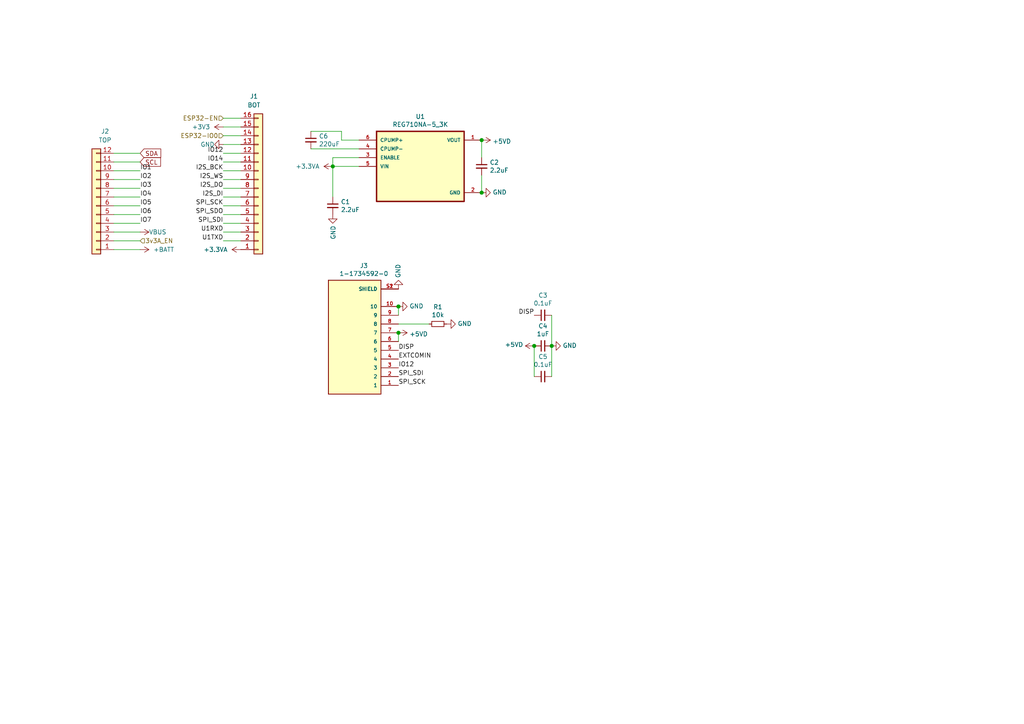
<source format=kicad_sch>
(kicad_sch (version 20201015) (generator eeschema)
  (paper "A4")
  (lib_symbols
    (symbol "1-1734592-0:1-1734592-0" (pin_names (offset 1.016))
      (property "Reference" "J" (at -7.62 16.51 0))
      (property "Value" "1-1734592-0" (at -7.62 -19.05 0))
      (symbol "1-1734592-0_0_0"
        (rectangle (start -7.62 -17.78) (end 7.62 15.24) (stroke (width 0.254)) (fill (type background)))
        (pin passive line (at -12.7 -15.24 0) (length 5.08) (name "SHIELD") (number "S1"))
        (pin passive line (at -12.7 -15.24 0) (length 5.08) (name "SHIELD") (number "S2"))
        (pin passive line (at -12.7 12.7 0) (length 5.08) (name "1") (number "1"))
        (pin passive line (at -12.7 10.16 0) (length 5.08) (name "2") (number "2"))
        (pin passive line (at -12.7 7.62 0) (length 5.08) (name "3") (number "3"))
        (pin passive line (at -12.7 5.08 0) (length 5.08) (name "4") (number "4"))
        (pin passive line (at -12.7 2.54 0) (length 5.08) (name "5") (number "5"))
        (pin passive line (at -12.7 0 0) (length 5.08) (name "6") (number "6"))
        (pin passive line (at -12.7 -2.54 0) (length 5.08) (name "7") (number "7"))
        (pin passive line (at -12.7 -5.08 0) (length 5.08) (name "8") (number "8"))
        (pin passive line (at -12.7 -7.62 0) (length 5.08) (name "9") (number "9"))
        (pin passive line (at -12.7 -10.16 0) (length 5.08) (name "10") (number "10"))
      )
    )
    (symbol "Connector_Generic:Conn_01x12" (pin_names (offset 1.016) hide)
      (property "Reference" "J" (at 0 15.24 0))
      (property "Value" "Conn_01x12" (at 0 -17.78 0))
      (symbol "Conn_01x12_1_1"
        (rectangle (start -1.27 -4.953) (end 0 -5.207) (stroke (width 0.1524)))
        (rectangle (start -1.27 -7.493) (end 0 -7.747) (stroke (width 0.1524)))
        (rectangle (start -1.27 -10.033) (end 0 -10.287) (stroke (width 0.1524)))
        (rectangle (start -1.27 -12.573) (end 0 -12.827) (stroke (width 0.1524)))
        (rectangle (start -1.27 -15.113) (end 0 -15.367) (stroke (width 0.1524)))
        (rectangle (start -1.27 -2.413) (end 0 -2.667) (stroke (width 0.1524)))
        (rectangle (start -1.27 2.667) (end 0 2.413) (stroke (width 0.1524)))
        (rectangle (start -1.27 5.207) (end 0 4.953) (stroke (width 0.1524)))
        (rectangle (start -1.27 7.747) (end 0 7.493) (stroke (width 0.1524)))
        (rectangle (start -1.27 10.287) (end 0 10.033) (stroke (width 0.1524)))
        (rectangle (start -1.27 0.127) (end 0 -0.127) (stroke (width 0.1524)))
        (rectangle (start -1.27 12.827) (end 0 12.573) (stroke (width 0.1524)))
        (rectangle (start -1.27 13.97) (end 1.27 -16.51) (stroke (width 0.254)) (fill (type background)))
        (pin passive line (at -5.08 12.7 0) (length 3.81) (name "Pin_1") (number "1"))
        (pin passive line (at -5.08 -10.16 0) (length 3.81) (name "Pin_10") (number "10"))
        (pin passive line (at -5.08 -12.7 0) (length 3.81) (name "Pin_11") (number "11"))
        (pin passive line (at -5.08 -15.24 0) (length 3.81) (name "Pin_12") (number "12"))
        (pin passive line (at -5.08 10.16 0) (length 3.81) (name "Pin_2") (number "2"))
        (pin passive line (at -5.08 7.62 0) (length 3.81) (name "Pin_3") (number "3"))
        (pin passive line (at -5.08 5.08 0) (length 3.81) (name "Pin_4") (number "4"))
        (pin passive line (at -5.08 2.54 0) (length 3.81) (name "Pin_5") (number "5"))
        (pin passive line (at -5.08 0 0) (length 3.81) (name "Pin_6") (number "6"))
        (pin passive line (at -5.08 -2.54 0) (length 3.81) (name "Pin_7") (number "7"))
        (pin passive line (at -5.08 -5.08 0) (length 3.81) (name "Pin_8") (number "8"))
        (pin passive line (at -5.08 -7.62 0) (length 3.81) (name "Pin_9") (number "9"))
      )
    )
    (symbol "Connector_Generic:Conn_01x16" (pin_names (offset 1.016) hide)
      (property "Reference" "J" (at 0 20.32 0))
      (property "Value" "Conn_01x16" (at 0 -22.86 0))
      (symbol "Conn_01x16_1_1"
        (rectangle (start -1.27 -4.953) (end 0 -5.207) (stroke (width 0.1524)))
        (rectangle (start -1.27 -7.493) (end 0 -7.747) (stroke (width 0.1524)))
        (rectangle (start -1.27 -10.033) (end 0 -10.287) (stroke (width 0.1524)))
        (rectangle (start -1.27 -12.573) (end 0 -12.827) (stroke (width 0.1524)))
        (rectangle (start -1.27 -15.113) (end 0 -15.367) (stroke (width 0.1524)))
        (rectangle (start -1.27 -17.653) (end 0 -17.907) (stroke (width 0.1524)))
        (rectangle (start -1.27 -20.193) (end 0 -20.447) (stroke (width 0.1524)))
        (rectangle (start -1.27 -2.413) (end 0 -2.667) (stroke (width 0.1524)))
        (rectangle (start -1.27 2.667) (end 0 2.413) (stroke (width 0.1524)))
        (rectangle (start -1.27 5.207) (end 0 4.953) (stroke (width 0.1524)))
        (rectangle (start -1.27 7.747) (end 0 7.493) (stroke (width 0.1524)))
        (rectangle (start -1.27 10.287) (end 0 10.033) (stroke (width 0.1524)))
        (rectangle (start -1.27 0.127) (end 0 -0.127) (stroke (width 0.1524)))
        (rectangle (start -1.27 12.827) (end 0 12.573) (stroke (width 0.1524)))
        (rectangle (start -1.27 15.367) (end 0 15.113) (stroke (width 0.1524)))
        (rectangle (start -1.27 17.907) (end 0 17.653) (stroke (width 0.1524)))
        (rectangle (start -1.27 19.05) (end 1.27 -21.59) (stroke (width 0.254)) (fill (type background)))
        (pin passive line (at -5.08 17.78 0) (length 3.81) (name "Pin_1") (number "1"))
        (pin passive line (at -5.08 -5.08 0) (length 3.81) (name "Pin_10") (number "10"))
        (pin passive line (at -5.08 -7.62 0) (length 3.81) (name "Pin_11") (number "11"))
        (pin passive line (at -5.08 -10.16 0) (length 3.81) (name "Pin_12") (number "12"))
        (pin passive line (at -5.08 -12.7 0) (length 3.81) (name "Pin_13") (number "13"))
        (pin passive line (at -5.08 -15.24 0) (length 3.81) (name "Pin_14") (number "14"))
        (pin passive line (at -5.08 -17.78 0) (length 3.81) (name "Pin_15") (number "15"))
        (pin passive line (at -5.08 -20.32 0) (length 3.81) (name "Pin_16") (number "16"))
        (pin passive line (at -5.08 15.24 0) (length 3.81) (name "Pin_2") (number "2"))
        (pin passive line (at -5.08 12.7 0) (length 3.81) (name "Pin_3") (number "3"))
        (pin passive line (at -5.08 10.16 0) (length 3.81) (name "Pin_4") (number "4"))
        (pin passive line (at -5.08 7.62 0) (length 3.81) (name "Pin_5") (number "5"))
        (pin passive line (at -5.08 5.08 0) (length 3.81) (name "Pin_6") (number "6"))
        (pin passive line (at -5.08 2.54 0) (length 3.81) (name "Pin_7") (number "7"))
        (pin passive line (at -5.08 0 0) (length 3.81) (name "Pin_8") (number "8"))
        (pin passive line (at -5.08 -2.54 0) (length 3.81) (name "Pin_9") (number "9"))
      )
    )
    (symbol "Device:C_Small" (pin_numbers hide) (pin_names (offset 0.254) hide)
      (property "Reference" "C" (at 0.254 1.778 0))
      (property "Value" "C_Small" (at 0.254 -2.032 0))
      (symbol "C_Small_0_1"
        (polyline (pts (xy -1.524 -0.508) (xy 1.524 -0.508)) (stroke (width 0.3302)))
        (polyline (pts (xy -1.524 0.508) (xy 1.524 0.508)) (stroke (width 0.3048)))
      )
      (symbol "C_Small_1_1"
        (pin passive line (at 0 2.54 270) (length 2.032) (name "~") (number "1"))
        (pin passive line (at 0 -2.54 90) (length 2.032) (name "~") (number "2"))
      )
    )
    (symbol "Device:R_Small" (pin_numbers hide) (pin_names (offset 0.254) hide)
      (property "Reference" "R" (at 0.762 0.508 0))
      (property "Value" "R_Small" (at 0.762 -1.016 0))
      (symbol "R_Small_0_1"
        (rectangle (start -0.762 1.778) (end 0.762 -1.778) (stroke (width 0.2032)))
      )
      (symbol "R_Small_1_1"
        (pin passive line (at 0 2.54 270) (length 0.762) (name "~") (number "1"))
        (pin passive line (at 0 -2.54 90) (length 0.762) (name "~") (number "2"))
      )
    )
    (symbol "REG710NA-5_3K:REG710NA-5_3K" (pin_names (offset 1.016))
      (property "Reference" "U" (at -12.7 11.1506 0))
      (property "Value" "REG710NA-5_3K" (at -12.7 -14.1478 0))
      (symbol "REG710NA-5_3K_0_0"
        (rectangle (start -12.7 -10.16) (end 12.7 10.16) (stroke (width 0.4064)) (fill (type background)))
        (pin input line (at -17.78 7.62 0) (length 5.08) (name "CPUMP+") (number "6"))
        (pin input line (at -17.78 5.08 0) (length 5.08) (name "CPUMP-") (number "4"))
        (pin input line (at -17.78 2.54 0) (length 5.08) (name "ENABLE") (number "3"))
        (pin input line (at -17.78 0 0) (length 5.08) (name "VIN") (number "5"))
        (pin output line (at 17.78 7.62 180) (length 5.08) (name "VOUT") (number "1"))
        (pin power_in line (at 17.78 -7.62 180) (length 5.08) (name "GND") (number "2"))
      )
    )
    (symbol "power:+3.3VA" (power) (pin_names (offset 0))
      (property "Value" "+3.3VA" (at 0 3.556 0))
      (symbol "+3.3VA_0_1"
        (polyline (pts (xy -0.762 1.27) (xy 0 2.54)))
        (polyline (pts (xy 0 0) (xy 0 2.54)))
        (polyline (pts (xy 0 2.54) (xy 0.762 1.27)))
      )
      (symbol "+3.3VA_1_1"
        (pin power_in line (at 0 0 90) (length 0) hide (name "+3.3VA") (number "1"))
      )
    )
    (symbol "power:+3V3" (power) (pin_names (offset 0))
      (property "Value" "+3V3" (at 0 3.556 0))
      (symbol "+3V3_0_1"
        (polyline (pts (xy -0.762 1.27) (xy 0 2.54)))
        (polyline (pts (xy 0 0) (xy 0 2.54)))
        (polyline (pts (xy 0 2.54) (xy 0.762 1.27)))
      )
      (symbol "+3V3_1_1"
        (pin power_in line (at 0 0 90) (length 0) hide (name "+3V3") (number "1"))
      )
    )
    (symbol "power:+5VD" (power) (pin_names (offset 0))
      (property "Value" "+5VD" (at 0 3.556 0))
      (symbol "+5VD_0_1"
        (polyline (pts (xy -0.762 1.27) (xy 0 2.54)))
        (polyline (pts (xy 0 0) (xy 0 2.54)))
        (polyline (pts (xy 0 2.54) (xy 0.762 1.27)))
      )
      (symbol "+5VD_1_1"
        (pin power_in line (at 0 0 90) (length 0) hide (name "+5VD") (number "1"))
      )
    )
    (symbol "power:+BATT" (power) (pin_names (offset 0))
      (property "Value" "+BATT" (at 0 3.556 0))
      (symbol "+BATT_0_1"
        (polyline (pts (xy -0.762 1.27) (xy 0 2.54)))
        (polyline (pts (xy 0 0) (xy 0 2.54)))
        (polyline (pts (xy 0 2.54) (xy 0.762 1.27)))
      )
      (symbol "+BATT_1_1"
        (pin power_in line (at 0 0 90) (length 0) hide (name "+BATT") (number "1"))
      )
    )
    (symbol "power:GND" (power) (pin_names (offset 0))
      (property "Value" "GND" (at 0 -3.81 0))
      (symbol "GND_0_1"
        (polyline (pts (xy 0 0) (xy 0 -1.27) (xy 1.27 -1.27) (xy 0 -2.54) (xy -1.27 -1.27) (xy 0 -1.27)))
      )
      (symbol "GND_1_1"
        (pin power_in line (at 0 0 270) (length 0) hide (name "GND") (number "1"))
      )
    )
    (symbol "power:VBUS" (power) (pin_names (offset 0))
      (property "Value" "VBUS" (at 0 3.81 0))
      (symbol "VBUS_0_1"
        (polyline (pts (xy -0.762 1.27) (xy 0 2.54)))
        (polyline (pts (xy 0 0) (xy 0 2.54)))
        (polyline (pts (xy 0 2.54) (xy 0.762 1.27)))
      )
      (symbol "VBUS_1_1"
        (pin power_in line (at 0 0 90) (length 0) hide (name "VBUS") (number "1"))
      )
    )
  )
  (junction (at 96.52 48.26) (diameter 1.016))
  (junction (at 115.57 88.9) (diameter 1.016))
  (junction (at 115.57 96.52) (diameter 1.016))
  (junction (at 139.7 40.64) (diameter 1.016))
  (junction (at 139.7 55.88) (diameter 1.016))
  (junction (at 154.94 100.33) (diameter 1.016))
  (junction (at 160.02 100.33) (diameter 1.016))
  (wire (pts (xy 33.02 44.45) (xy 40.64 44.45)))
  (wire (pts (xy 33.02 46.99) (xy 40.64 46.99)))
  (wire (pts (xy 33.02 49.53) (xy 40.64 49.53)))
  (wire (pts (xy 33.02 52.07) (xy 40.64 52.07)))
  (wire (pts (xy 33.02 54.61) (xy 40.64 54.61)))
  (wire (pts (xy 33.02 57.15) (xy 40.64 57.15)))
  (wire (pts (xy 33.02 59.69) (xy 40.64 59.69)))
  (wire (pts (xy 33.02 62.23) (xy 40.64 62.23)))
  (wire (pts (xy 33.02 64.77) (xy 40.64 64.77)))
  (wire (pts (xy 33.02 69.85) (xy 40.64 69.85)))
  (wire (pts (xy 40.64 67.31) (xy 33.02 67.31)))
  (wire (pts (xy 40.64 72.39) (xy 33.02 72.39)))
  (wire (pts (xy 64.77 34.29) (xy 69.85 34.29)))
  (wire (pts (xy 64.77 36.83) (xy 69.85 36.83)))
  (wire (pts (xy 64.77 39.37) (xy 69.85 39.37)))
  (wire (pts (xy 64.77 41.91) (xy 69.85 41.91)))
  (wire (pts (xy 64.77 44.45) (xy 69.85 44.45)))
  (wire (pts (xy 64.77 46.99) (xy 69.85 46.99)))
  (wire (pts (xy 64.77 49.53) (xy 69.85 49.53)))
  (wire (pts (xy 64.77 52.07) (xy 69.85 52.07)))
  (wire (pts (xy 64.77 54.61) (xy 69.85 54.61)))
  (wire (pts (xy 64.77 57.15) (xy 69.85 57.15)))
  (wire (pts (xy 64.77 59.69) (xy 69.85 59.69)))
  (wire (pts (xy 64.77 62.23) (xy 69.85 62.23)))
  (wire (pts (xy 64.77 64.77) (xy 69.85 64.77)))
  (wire (pts (xy 64.77 67.31) (xy 69.85 67.31)))
  (wire (pts (xy 64.77 69.85) (xy 69.85 69.85)))
  (wire (pts (xy 90.17 38.1) (xy 99.06 38.1)))
  (wire (pts (xy 90.17 43.18) (xy 104.14 43.18)))
  (wire (pts (xy 96.52 45.72) (xy 96.52 48.26)))
  (wire (pts (xy 96.52 48.26) (xy 96.52 57.15)))
  (wire (pts (xy 96.52 48.26) (xy 104.14 48.26)))
  (wire (pts (xy 99.06 40.64) (xy 99.06 38.1)))
  (wire (pts (xy 104.14 40.64) (xy 99.06 40.64)))
  (wire (pts (xy 104.14 45.72) (xy 96.52 45.72)))
  (wire (pts (xy 115.57 88.9) (xy 115.57 91.44)))
  (wire (pts (xy 115.57 93.98) (xy 124.46 93.98)))
  (wire (pts (xy 115.57 96.52) (xy 115.57 99.06)))
  (wire (pts (xy 139.7 40.64) (xy 139.7 45.72)))
  (wire (pts (xy 139.7 50.8) (xy 139.7 55.88)))
  (wire (pts (xy 154.94 100.33) (xy 154.94 109.22)))
  (wire (pts (xy 160.02 91.44) (xy 160.02 100.33)))
  (wire (pts (xy 160.02 100.33) (xy 160.02 109.22)))
  (label "IO1" (at 40.64 49.53 0))
  (label "IO2" (at 40.64 52.07 0))
  (label "IO3" (at 40.64 54.61 0))
  (label "IO4" (at 40.64 57.15 0))
  (label "IO5" (at 40.64 59.69 0))
  (label "IO6" (at 40.64 62.23 0))
  (label "IO7" (at 40.64 64.77 0))
  (label "IO12" (at 64.77 44.45 180))
  (label "IO14" (at 64.77 46.99 180))
  (label "I2S_BCK" (at 64.77 49.53 180))
  (label "I2S_WS" (at 64.77 52.07 180))
  (label "I2S_DO" (at 64.77 54.61 180))
  (label "I2S_DI" (at 64.77 57.15 180))
  (label "SPI_SCK" (at 64.77 59.69 180))
  (label "SPI_SDO" (at 64.77 62.23 180))
  (label "SPI_SDI" (at 64.77 64.77 180))
  (label "U1RXD" (at 64.77 67.31 180))
  (label "U1TXD" (at 64.77 69.85 180))
  (label "DISP" (at 115.57 101.6 0))
  (label "EXTCOMIN" (at 115.57 104.14 0))
  (label "IO12" (at 115.57 106.68 0))
  (label "SPI_SDI" (at 115.57 109.22 0))
  (label "SPI_SCK" (at 115.57 111.76 0))
  (label "DISP" (at 154.94 91.44 180))
  (global_label "SDA" (shape input) (at 40.64 44.45 0) (property "Intersheet References" "${INTERSHEET_REFS}" (effects hide)))
  (global_label "SCL" (shape input) (at 40.64 46.99 0) (property "Intersheet References" "${INTERSHEET_REFS}" (effects hide)))
  (hierarchical_label "3v3A_EN" (shape input) (at 40.64 69.85 0))
  (hierarchical_label "ESP32-EN" (shape input) (at 64.77 34.29 180))
  (hierarchical_label "ESP32-IO0" (shape input) (at 64.77 39.37 180))
  (symbol (lib_id "power:VBUS") (at 40.64 67.31 270) (unit 1)
    (property "Reference" "#PWR0104" (effects hide))
    (property "Value" "VBUS" (at 43.18 67.31 90) (effects (justify left)))
  )
  (symbol (lib_id "power:+BATT") (at 40.64 72.39 270) (unit 1)
    (property "Reference" "#PWR0105" (effects hide))
    (property "Value" "+BATT" (at 44.45 72.39 90) (effects (justify left)))
  )
  (symbol (lib_id "power:+3V3") (at 64.77 36.83 90) (unit 1)
    (property "Reference" "#PWR0102" (effects hide))
    (property "Value" "+3V3" (at 60.96 36.83 90) (effects (justify left)))
  )
  (symbol (lib_id "power:+3.3VA") (at 69.85 72.39 90) (unit 1)
    (property "Reference" "#PWR0101" (effects hide))
    (property "Value" "+3.3VA" (at 66.04 72.39 90) (effects (justify left)))
  )
  (symbol (lib_id "power:+3.3VA") (at 96.52 48.26 90) (unit 1)
    (property "Reference" "#PWR0106" (effects hide))
    (property "Value" "+3.3VA" (at 92.71 48.26 90) (effects (justify left)))
  )
  (symbol (lib_id "power:+5VD") (at 115.57 96.52 270) (unit 1)
    (property "Reference" "#PWR0113" (effects hide))
    (property "Value" "+5VD" (at 118.7451 96.8883 90) (effects (justify left)))
  )
  (symbol (lib_id "power:+5VD") (at 139.7 40.64 270) (unit 1)
    (property "Reference" "#PWR0108" (effects hide))
    (property "Value" "+5VD" (at 142.8751 41.0083 90) (effects (justify left)))
  )
  (symbol (lib_id "power:+5VD") (at 154.94 100.33 90) (unit 1)
    (property "Reference" "#PWR0112" (effects hide))
    (property "Value" "+5VD" (at 151.7649 99.9617 90) (effects (justify left)))
  )
  (symbol (lib_id "power:GND") (at 64.77 41.91 270) (unit 1)
    (property "Reference" "#PWR0103" (effects hide))
    (property "Value" "GND" (at 62.23 41.91 90) (effects (justify right)))
  )
  (symbol (lib_id "power:GND") (at 96.52 62.23 0) (unit 1)
    (property "Reference" "#PWR0109" (effects hide))
    (property "Value" "GND" (at 96.6343 65.4051 90) (effects (justify right)))
  )
  (symbol (lib_id "power:GND") (at 115.57 83.82 180) (unit 1)
    (property "Reference" "#PWR0111" (effects hide))
    (property "Value" "GND" (at 115.4557 80.6449 90) (effects (justify right)))
  )
  (symbol (lib_id "power:GND") (at 115.57 88.9 90) (unit 1)
    (property "Reference" "#PWR0114" (effects hide))
    (property "Value" "GND" (at 118.7451 88.7857 90) (effects (justify right)))
  )
  (symbol (lib_id "power:GND") (at 129.54 93.98 90) (unit 1)
    (property "Reference" "#PWR0115" (effects hide))
    (property "Value" "GND" (at 132.7151 93.8657 90) (effects (justify right)))
  )
  (symbol (lib_id "power:GND") (at 139.7 55.88 90) (unit 1)
    (property "Reference" "#PWR0107" (effects hide))
    (property "Value" "GND" (at 142.8751 55.7657 90) (effects (justify right)))
  )
  (symbol (lib_id "power:GND") (at 160.02 100.33 90) (unit 1)
    (property "Reference" "#PWR0110" (effects hide))
    (property "Value" "GND" (at 163.1951 100.2157 90) (effects (justify right)))
  )
  (symbol (lib_id "Device:R_Small") (at 127 93.98 90) (unit 1)
    (property "Reference" "R1" (at 127 89.0332 90))
    (property "Value" "10k" (at 127 91.332 90))
    (property "Footprint" "Resistor_SMD:R_0805_2012Metric_Pad1.15x1.40mm_HandSolder" (effects hide))
  )
  (symbol (lib_id "Device:C_Small") (at 90.17 40.64 0) (unit 1)
    (property "Reference" "C6" (at 92.494 39.491 0) (effects (justify left)))
    (property "Value" "220uF" (at 92.494 41.789 0) (effects (justify left)))
    (property "Footprint" "Capacitor_SMD:C_0805_2012Metric_Pad1.15x1.40mm_HandSolder" (effects hide))
  )
  (symbol (lib_id "Device:C_Small") (at 96.52 59.69 0) (unit 1)
    (property "Reference" "C1" (at 98.8442 58.5406 0) (effects (justify left)))
    (property "Value" "2.2uF" (at 98.844 60.839 0) (effects (justify left)))
    (property "Footprint" "Capacitor_SMD:C_0805_2012Metric_Pad1.15x1.40mm_HandSolder" (effects hide))
  )
  (symbol (lib_id "Device:C_Small") (at 139.7 48.26 0) (unit 1)
    (property "Reference" "C2" (at 142.0242 47.1106 0) (effects (justify left)))
    (property "Value" "2.2uF" (at 142.024 49.409 0) (effects (justify left)))
    (property "Footprint" "Capacitor_SMD:C_0805_2012Metric_Pad1.15x1.40mm_HandSolder" (effects hide))
  )
  (symbol (lib_id "Device:C_Small") (at 157.48 91.44 90) (unit 1)
    (property "Reference" "C3" (at 157.48 85.6677 90))
    (property "Value" "0.1uF" (at 157.48 87.966 90))
    (property "Footprint" "Capacitor_SMD:C_0805_2012Metric_Pad1.15x1.40mm_HandSolder" (effects hide))
  )
  (symbol (lib_id "Device:C_Small") (at 157.48 100.33 90) (unit 1)
    (property "Reference" "C4" (at 157.48 94.5577 90))
    (property "Value" "1uF" (at 157.48 96.856 90))
    (property "Footprint" "Capacitor_SMD:C_0805_2012Metric_Pad1.15x1.40mm_HandSolder" (effects hide))
  )
  (symbol (lib_id "Device:C_Small") (at 157.48 109.22 90) (unit 1)
    (property "Reference" "C5" (at 157.48 103.4477 90))
    (property "Value" "0.1uF" (at 157.48 105.746 90))
    (property "Footprint" "Capacitor_SMD:C_0805_2012Metric_Pad1.15x1.40mm_HandSolder" (effects hide))
  )
  (symbol (lib_id "Connector_Generic:Conn_01x12") (at 27.94 59.69 180) (unit 1)
    (property "Reference" "J2" (at 30.48 38.1 0))
    (property "Value" "TOP" (at 30.48 40.64 0))
    (property "Footprint" "Footprints:RoundPinHeader_1x12" (effects hide))
  )
  (symbol (lib_id "Connector_Generic:Conn_01x16") (at 74.93 54.61 0) (mirror x) (unit 1)
    (property "Reference" "J1" (at 73.66 27.94 0))
    (property "Value" "BOT" (at 73.66 30.48 0))
    (property "Footprint" "Footprints:RoundPinHeader_1x16" (effects hide))
  )
  (symbol (lib_id "1-1734592-0:1-1734592-0") (at 102.87 99.06 180) (unit 1)
    (property "Reference" "J3" (at 105.537 77.0698 0))
    (property "Value" "1-1734592-0" (at 105.537 79.3685 0))
    (property "Footprint" "Footprints:TE_1-1734592-0" (effects hide))
    (property "MAXIMUM_PACKAGE_HEIGHT" "2.05mm" (effects hide))
    (property "MANUFACTURER" "TE Connectivity" (effects hide))
    (property "STANDARD" "Manufacturer Recommendations" (effects hide))
    (property "PARTREV" "C" (effects hide))
  )
  (symbol (lib_id "REG710NA-5_3K:REG710NA-5_3K") (at 121.92 48.26 0) (unit 1)
    (property "Reference" "U1" (at 121.92 33.8136 0))
    (property "Value" "REG710NA-5_3K" (at 121.92 36.1123 0))
    (property "Footprint" "Footprints:SOT95P280X145-6N" (effects hide))
  )
)
</source>
